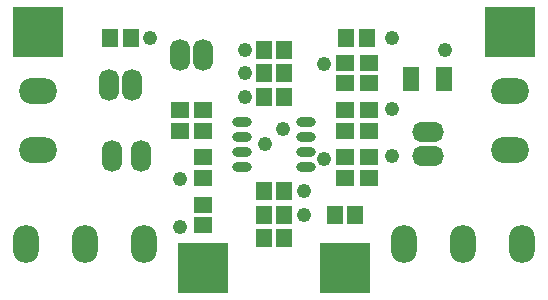
<source format=gts>
%FSLAX25Y25*%
%MOIN*%
G70*
G01*
G75*
G04 Layer_Color=8388736*
%ADD10R,0.04528X0.05315*%
%ADD11R,0.05315X0.04528*%
%ADD12O,0.05709X0.02362*%
%ADD13R,0.04528X0.05512*%
%ADD14R,0.04921X0.07087*%
%ADD15R,0.05512X0.04528*%
%ADD16C,0.03000*%
%ADD17C,0.01500*%
%ADD18R,0.15748X0.15748*%
%ADD19O,0.07874X0.11811*%
%ADD20O,0.09843X0.05906*%
%ADD21O,0.05906X0.09843*%
%ADD22O,0.11811X0.07874*%
%ADD23C,0.04000*%
%ADD24C,0.00984*%
%ADD25C,0.01969*%
%ADD26C,0.02362*%
%ADD27C,0.01000*%
%ADD28C,0.00394*%
%ADD29C,0.00787*%
%ADD30R,0.05328X0.06115*%
%ADD31R,0.06115X0.05328*%
%ADD32O,0.06509X0.03162*%
%ADD33R,0.05328X0.06312*%
%ADD34R,0.05721X0.07887*%
%ADD35R,0.06312X0.05328*%
%ADD36R,0.16548X0.16548*%
%ADD37O,0.08674X0.12611*%
%ADD38O,0.10642X0.06706*%
%ADD39O,0.06706X0.10642*%
%ADD40O,0.12611X0.08674*%
%ADD41C,0.04800*%
D30*
X114665Y25591D02*
D03*
X121555D02*
D03*
X118602Y84646D02*
D03*
X125492D02*
D03*
X39862D02*
D03*
X46752D02*
D03*
D31*
X125984Y69390D02*
D03*
Y76280D02*
D03*
X118110Y60532D02*
D03*
Y53642D02*
D03*
X125984D02*
D03*
Y60532D02*
D03*
X118110Y37894D02*
D03*
Y44783D02*
D03*
X70866Y53642D02*
D03*
Y60532D02*
D03*
Y37894D02*
D03*
Y44783D02*
D03*
X62992Y53642D02*
D03*
Y60532D02*
D03*
X70866Y29035D02*
D03*
Y22146D02*
D03*
D32*
X105217Y41713D02*
D03*
Y46713D02*
D03*
Y51713D02*
D03*
Y56713D02*
D03*
X83760Y41713D02*
D03*
Y46713D02*
D03*
Y51713D02*
D03*
Y56713D02*
D03*
D33*
X91043Y17717D02*
D03*
X97933D02*
D03*
X91043Y80709D02*
D03*
X97933D02*
D03*
X91043Y25591D02*
D03*
X97933D02*
D03*
X91043Y72835D02*
D03*
X97933D02*
D03*
X91043Y33465D02*
D03*
X97933D02*
D03*
X91043Y64961D02*
D03*
X97933D02*
D03*
D34*
X151280Y70866D02*
D03*
X140059D02*
D03*
D35*
X118110Y69390D02*
D03*
Y76280D02*
D03*
X125984Y44783D02*
D03*
Y37894D02*
D03*
D36*
X15748Y86614D02*
D03*
X173228D02*
D03*
X70866Y7874D02*
D03*
X118110D02*
D03*
D37*
X31496Y15748D02*
D03*
X51181D02*
D03*
X11811D02*
D03*
X157480D02*
D03*
X177165D02*
D03*
X137795D02*
D03*
D38*
X145669Y53150D02*
D03*
Y45276D02*
D03*
D39*
X62992Y78740D02*
D03*
X70866D02*
D03*
X39370Y68898D02*
D03*
X47244D02*
D03*
X40354Y45276D02*
D03*
X50197D02*
D03*
D40*
X15748Y47244D02*
D03*
Y66929D02*
D03*
X173228Y47244D02*
D03*
Y66929D02*
D03*
D41*
X53150Y84646D02*
D03*
X84646Y80709D02*
D03*
Y72835D02*
D03*
Y64961D02*
D03*
X62992Y37402D02*
D03*
Y21654D02*
D03*
X104331Y25591D02*
D03*
X133858Y45276D02*
D03*
Y61024D02*
D03*
X151575Y80709D02*
D03*
X111221Y75788D02*
D03*
X133858Y84646D02*
D03*
X97441Y54134D02*
D03*
X91536Y49213D02*
D03*
X111221Y44291D02*
D03*
X104331Y33465D02*
D03*
M02*

</source>
